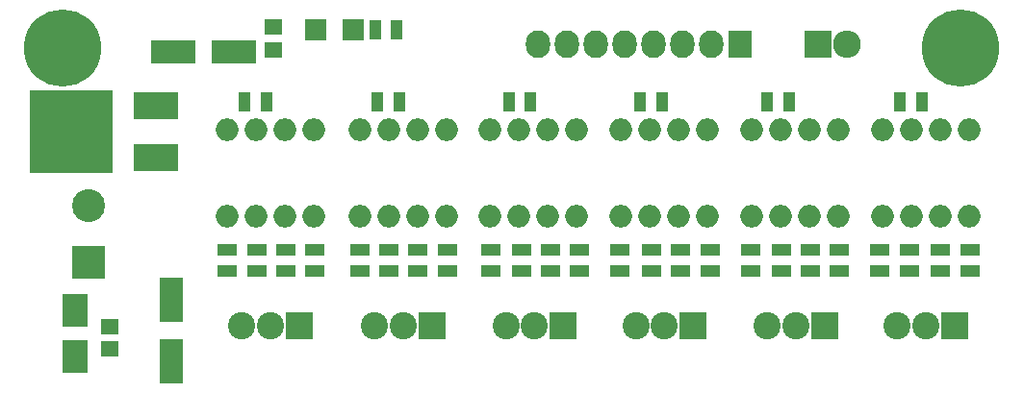
<source format=gts>
G04 #@! TF.FileFunction,Soldermask,Top*
%FSLAX46Y46*%
G04 Gerber Fmt 4.6, Leading zero omitted, Abs format (unit mm)*
G04 Created by KiCad (PCBNEW 4.0.6+dfsg1-1) date Mon Feb 26 20:00:46 2018*
%MOMM*%
%LPD*%
G01*
G04 APERTURE LIST*
%ADD10C,0.100000*%
%ADD11R,3.900000X2.000000*%
%ADD12R,2.400000X2.400000*%
%ADD13C,2.400000*%
%ADD14R,2.200000X2.900000*%
%ADD15R,1.900000X1.900000*%
%ADD16O,2.000000X2.000000*%
%ADD17R,2.127200X2.432000*%
%ADD18O,2.127200X2.432000*%
%ADD19R,1.700000X1.100000*%
%ADD20R,1.100000X1.700000*%
%ADD21R,2.432000X2.432000*%
%ADD22O,2.432000X2.432000*%
%ADD23R,2.900000X2.900000*%
%ADD24C,2.900000*%
%ADD25R,2.000000X3.900000*%
%ADD26R,1.650000X1.400000*%
%ADD27C,6.800000*%
%ADD28C,1.000000*%
%ADD29R,3.900000X2.400000*%
%ADD30R,7.400000X7.400000*%
G04 APERTURE END LIST*
D10*
D11*
X18635960Y29347160D03*
X13235960Y29347160D03*
D12*
X36001960Y5217160D03*
D13*
X33461960Y5217160D03*
X30961960Y5217160D03*
D12*
X58988960Y5217160D03*
D13*
X56448960Y5217160D03*
X53948960Y5217160D03*
D14*
X4607560Y2505960D03*
X4607560Y6505960D03*
D15*
X29092160Y31252160D03*
X25792160Y31252160D03*
D16*
X29651960Y14818360D03*
X32191960Y14818360D03*
X34731960Y14818360D03*
X37271960Y14818360D03*
X37271960Y22438360D03*
X34731960Y22438360D03*
X32191960Y22438360D03*
X29651960Y22438360D03*
X18044160Y14818360D03*
X20584160Y14818360D03*
X23124160Y14818360D03*
X25664160Y14818360D03*
X25664160Y22438360D03*
X23124160Y22438360D03*
X20584160Y22438360D03*
X18044160Y22438360D03*
D12*
X24317960Y5217160D03*
D13*
X21777960Y5217160D03*
X19277960Y5217160D03*
D17*
X63129160Y29956760D03*
D18*
X60589160Y29956760D03*
X58049160Y29956760D03*
X55509160Y29956760D03*
X52969160Y29956760D03*
X50429160Y29956760D03*
X47889160Y29956760D03*
X45349160Y29956760D03*
D12*
X81975960Y5217160D03*
D13*
X79435960Y5217160D03*
X76935960Y5217160D03*
D12*
X70545960Y5217160D03*
D13*
X68005960Y5217160D03*
X65505960Y5217160D03*
D12*
X47558960Y5217160D03*
D13*
X45018960Y5217160D03*
X42518960Y5217160D03*
D16*
X41151160Y14801760D03*
X43691160Y14801760D03*
X46231160Y14801760D03*
X48771160Y14801760D03*
X48771160Y22421760D03*
X46231160Y22421760D03*
X43691160Y22421760D03*
X41151160Y22421760D03*
X52651160Y14801760D03*
X55191160Y14801760D03*
X57731160Y14801760D03*
X60271160Y14801760D03*
X60271160Y22421760D03*
X57731160Y22421760D03*
X55191160Y22421760D03*
X52651160Y22421760D03*
X64151160Y14801760D03*
X66691160Y14801760D03*
X69231160Y14801760D03*
X71771160Y14801760D03*
X71771160Y22421760D03*
X69231160Y22421760D03*
X66691160Y22421760D03*
X64151160Y22421760D03*
X75651160Y14801760D03*
X78191160Y14801760D03*
X80731160Y14801760D03*
X83271160Y14801760D03*
X83271160Y22421760D03*
X80731160Y22421760D03*
X78191160Y22421760D03*
X75651160Y22421760D03*
D19*
X78038960Y11882160D03*
X78038960Y9982160D03*
X80705960Y11882160D03*
X80705960Y9982160D03*
X66735960Y11882160D03*
X66735960Y9982160D03*
X69275960Y11882160D03*
X69275960Y9982160D03*
X75371960Y11882160D03*
X75371960Y9982160D03*
X83372960Y9982160D03*
X83372960Y11882160D03*
X64068960Y11882160D03*
X64068960Y9982160D03*
X71815960Y9982160D03*
X71815960Y11882160D03*
D20*
X79115960Y24902160D03*
X77215960Y24902160D03*
X67431960Y24902160D03*
X65531960Y24902160D03*
D19*
X55305960Y11882160D03*
X55305960Y9982160D03*
X57845960Y11882160D03*
X57845960Y9982160D03*
X43875960Y11882160D03*
X43875960Y9982160D03*
X46415960Y11882160D03*
X46415960Y9982160D03*
X52511960Y11882160D03*
X52511960Y9982160D03*
X60512960Y9982160D03*
X60512960Y11882160D03*
X41208960Y11882160D03*
X41208960Y9982160D03*
X48955960Y9982160D03*
X48955960Y11882160D03*
D20*
X56255960Y24902160D03*
X54355960Y24902160D03*
X44701160Y24901760D03*
X42801160Y24901760D03*
X32913360Y31277560D03*
X31013360Y31277560D03*
D19*
X32191960Y11882160D03*
X32191960Y9982160D03*
X34731960Y11882160D03*
X34731960Y9982160D03*
X29651960Y11882160D03*
X29651960Y9982160D03*
X37398960Y9982160D03*
X37398960Y11882160D03*
D20*
X33141960Y24902160D03*
X31241960Y24902160D03*
D19*
X20634960Y11882160D03*
X20634960Y9982160D03*
X23174960Y11882160D03*
X23174960Y9982160D03*
X17967960Y11882160D03*
X17967960Y9982160D03*
X25714960Y9982160D03*
X25714960Y11882160D03*
D20*
X21457960Y24902160D03*
X19557960Y24902160D03*
D21*
X69973960Y29974160D03*
D22*
X72513960Y29974160D03*
D23*
X5826760Y10779760D03*
D24*
X5826760Y15779760D03*
D25*
X13065760Y2034560D03*
X13065760Y7434560D03*
D26*
X7706360Y3124960D03*
X7706360Y5124960D03*
X22108160Y29490160D03*
X22108160Y31490160D03*
D27*
X3566160Y29677360D03*
D28*
X5966160Y29677360D03*
X5263216Y27980304D03*
X3566160Y27277360D03*
X1869104Y27980304D03*
X1166160Y29677360D03*
X1869104Y31374416D03*
X3566160Y32077360D03*
X5263216Y31374416D03*
D27*
X82560160Y29651960D03*
D28*
X84960160Y29651960D03*
X84257216Y27954904D03*
X82560160Y27251960D03*
X80863104Y27954904D03*
X80160160Y29651960D03*
X80863104Y31349016D03*
X82560160Y32051960D03*
X84257216Y31349016D03*
D29*
X11711160Y19995960D03*
X11711160Y24575960D03*
D30*
X4311160Y22295960D03*
M02*

</source>
